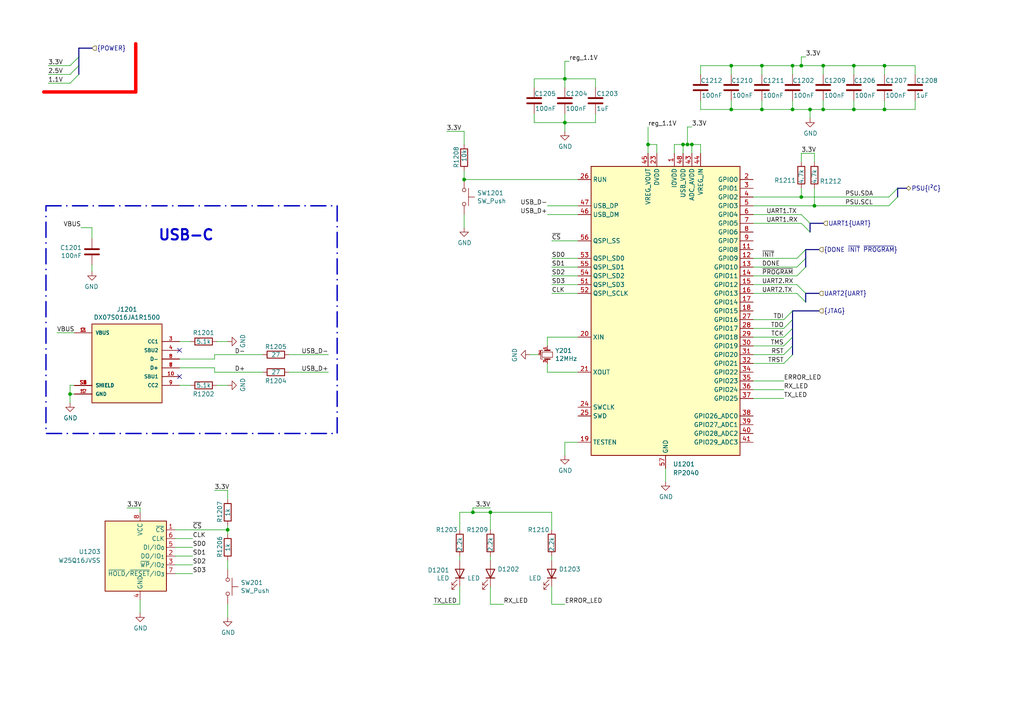
<source format=kicad_sch>
(kicad_sch (version 20250114) (generator "eeschema") (generator_version "9.0")
  (paper "A4")
  (title_block (title "PlasmaGate") (date "2025-07-23") (rev "1.0") (company "LPP/CNRS") (comment 1 "Alexis Jeandet") (comment 2 "CC-BY-SA") (comment 3 "alexis.jeandet@member.fsf.org"))
  (lib_symbols
    (symbol "DX07S016JA1R1500:DX07S016JA1R1500" (pin_names (offset 1.016))
      (property "Reference" "J" (at -10.16 11.43 0))
      (property "Value" "DX07S016JA1R1500" (at -10.16 -13.97 0))
      (symbol "DX07S016JA1R1500_0_0"
        (rectangle (start -10.16 -12.7) (end 10.16 10.16) (stroke (width 0.254)) (fill (type background)))
        (pin passive line (at -15.24 5.08 0) (length 5.08) (name "CC1") (number "3"))
        (pin passive line (at -15.24 2.54 0) (length 5.08) (name "SBU2") (number "4"))
        (pin passive line (at -15.24 0 0) (length 5.08) (name "D-") (number "5"))
        (pin passive line (at -15.24 0 0) (length 5.08) (name "D-") (number "8"))
        (pin passive line (at -15.24 -2.54 0) (length 5.08) (name "D+") (number "6"))
        (pin passive line (at -15.24 -2.54 0) (length 5.08) (name "D+") (number "7"))
        (pin passive line (at -15.24 -5.08 0) (length 5.08) (name "SBU1") (number "10"))
        (pin passive line (at -15.24 -7.62 0) (length 5.08) (name "CC2") (number "9"))
        (pin power_in line (at 15.24 7.62 180) (length 5.08) (name "VBUS") (number "11"))
        (pin power_in line (at 15.24 7.62 180) (length 5.08) (name "VBUS") (number "2"))
        (pin passive line (at 15.24 -7.62 180) (length 5.08) (name "SHIELD") (number "S1"))
        (pin passive line (at 15.24 -7.62 180) (length 5.08) (name "SHIELD") (number "S2"))
        (pin passive line (at 15.24 -7.62 180) (length 5.08) (name "SHIELD") (number "S3"))
        (pin passive line (at 15.24 -7.62 180) (length 5.08) (name "SHIELD") (number "S4"))
        (pin passive line (at 15.24 -7.62 180) (length 5.08) (name "SHIELD") (number "S5"))
        (pin passive line (at 15.24 -7.62 180) (length 5.08) (name "SHIELD") (number "S6"))
        (pin power_in line (at 15.24 -10.16 180) (length 5.08) (name "GND") (number "1"))
        (pin power_in line (at 15.24 -10.16 180) (length 5.08) (name "GND") (number "12"))
      )
    )
    (symbol "Device:C" (pin_numbers (hide yes)) (pin_names (offset 0.254))
      (property "Reference" "C" (at 0.635 2.54 0))
      (property "Value" "C" (at 0.635 -2.54 0))
      (symbol "C_0_1"
        (polyline (pts (xy -2.032 0.762) (xy 2.032 0.762)) (stroke (width 0.508)))
        (polyline (pts (xy -2.032 -0.762) (xy 2.032 -0.762)) (stroke (width 0.508)))
      )
      (symbol "C_1_1"
        (pin passive line (at 0 3.81 270) (length 2.794) (name "~") (number "1"))
        (pin passive line (at 0 -3.81 90) (length 2.794) (name "~") (number "2"))
      )
    )
    (symbol "Device:Crystal_GND2_Small" (pin_names (offset 1.016) (hide yes))
      (property "Reference" "Y" (at 0 5.08 0))
      (property "Value" "Crystal_GND2_Small" (at 0 3.175 0))
      (symbol "Crystal_GND2_Small_0_1"
        (polyline (pts (xy -1.27 -0.762) (xy -1.27 0.762)) (stroke (width 0.381)))
        (polyline (pts (xy -1.27 -1.27) (xy -1.27 -1.905) (xy 1.27 -1.905) (xy 1.27 -1.27)))
        (rectangle (start -0.762 -1.524) (end 0.762 1.524))
        (polyline (pts (xy 1.27 -0.762) (xy 1.27 0.762)) (stroke (width 0.381)))
      )
      (symbol "Crystal_GND2_Small_1_1"
        (pin passive line (at -2.54 0 0) (length 1.27) (name "1") (number "1"))
        (pin passive line (at 0 -2.54 90) (length 0.635) (name "2") (number "2"))
        (pin passive line (at 2.54 0 180) (length 1.27) (name "3") (number "3"))
      )
    )
    (symbol "Device:LED" (pin_numbers (hide yes)) (pin_names (offset 1.016) (hide yes))
      (property "Reference" "D" (at 0 2.54 0))
      (property "Value" "LED" (at 0 -2.54 0))
      (symbol "LED_0_1"
        (polyline (pts (xy -3.048 -0.762) (xy -4.572 -2.286) (xy -3.81 -2.286) (xy -4.572 -2.286) (xy -4.572 -1.524)))
        (polyline (pts (xy -1.778 -0.762) (xy -3.302 -2.286) (xy -2.54 -2.286) (xy -3.302 -2.286) (xy -3.302 -1.524)))
        (polyline (pts (xy -1.27 0) (xy 1.27 0)))
        (polyline (pts (xy -1.27 -1.27) (xy -1.27 1.27)) (stroke (width 0.254)))
        (polyline (pts (xy 1.27 -1.27) (xy 1.27 1.27) (xy -1.27 0) (xy 1.27 -1.27)) (stroke (width 0.254)))
      )
      (symbol "LED_1_1"
        (pin passive line (at -3.81 0 0) (length 2.54) (name "K") (number "1"))
        (pin passive line (at 3.81 0 180) (length 2.54) (name "A") (number "2"))
      )
    )
    (symbol "Device:R" (pin_numbers (hide yes)) (pin_names (offset 0))
      (property "Reference" "R" (at 2.032 0 90))
      (property "Value" "R" (at 0 0 90))
      (symbol "R_0_1"
        (rectangle (start -1.016 -2.54) (end 1.016 2.54) (stroke (width 0.254)))
      )
      (symbol "R_1_1"
        (pin passive line (at 0 3.81 270) (length 1.27) (name "~") (number "1"))
        (pin passive line (at 0 -3.81 90) (length 1.27) (name "~") (number "2"))
      )
    )
    (symbol "MCU_RaspberryPi:RP2040"
      (property "Reference" "U" (at 17.78 45.72 0))
      (property "Value" "RP2040" (at 17.78 43.18 0))
      (symbol "RP2040_0_1"
        (rectangle (start -21.59 41.91) (end 21.59 -41.91) (stroke (width 0.254)) (fill (type background)))
      )
      (symbol "RP2040_1_1"
        (pin input line (at -25.4 38.1 0) (length 3.81) (name "RUN") (number "26"))
        (pin bidirectional line (at -25.4 30.48 0) (length 3.81) (name "USB_DP") (number "47"))
        (pin bidirectional line (at -25.4 27.94 0) (length 3.81) (name "USB_DM") (number "46"))
        (pin bidirectional line (at -25.4 20.32 0) (length 3.81) (name "QSPI_SS") (number "56"))
        (pin bidirectional line (at -25.4 15.24 0) (length 3.81) (name "QSPI_SD0") (number "53"))
        (pin bidirectional line (at -25.4 12.7 0) (length 3.81) (name "QSPI_SD1") (number "55"))
        (pin bidirectional line (at -25.4 10.16 0) (length 3.81) (name "QSPI_SD2") (number "54"))
        (pin bidirectional line (at -25.4 7.62 0) (length 3.81) (name "QSPI_SD3") (number "51"))
        (pin output line (at -25.4 5.08 0) (length 3.81) (name "QSPI_SCLK") (number "52"))
        (pin input line (at -25.4 -7.62 0) (length 3.81) (name "XIN") (number "20"))
        (pin passive line (at -25.4 -17.78 0) (length 3.81) (name "XOUT") (number "21"))
        (pin input line (at -25.4 -27.94 0) (length 3.81) (name "SWCLK") (number "24"))
        (pin bidirectional line (at -25.4 -30.48 0) (length 3.81) (name "SWD") (number "25"))
        (pin input line (at -25.4 -38.1 0) (length 3.81) (name "TESTEN") (number "19"))
        (pin power_out line (at -5.08 45.72 270) (length 3.81) (name "VREG_VOUT") (number "45"))
        (pin power_in line (at -2.54 45.72 270) (length 3.81) (name "DVDD") (number "23"))
        (pin passive line (at -2.54 45.72 270) (length 3.81) (hide yes) (name "DVDD") (number "50"))
        (pin power_in line (at 0 -45.72 90) (length 3.81) (name "GND") (number "57"))
        (pin power_in line (at 2.54 45.72 270) (length 3.81) (name "IOVDD") (number "1"))
        (pin passive line (at 2.54 45.72 270) (length 3.81) (hide yes) (name "IOVDD") (number "10"))
        (pin passive line (at 2.54 45.72 270) (length 3.81) (hide yes) (name "IOVDD") (number "22"))
        (pin passive line (at 2.54 45.72 270) (length 3.81) (hide yes) (name "IOVDD") (number "33"))
        (pin passive line (at 2.54 45.72 270) (length 3.81) (hide yes) (name "IOVDD") (number "42"))
        (pin passive line (at 2.54 45.72 270) (length 3.81) (hide yes) (name "IOVDD") (number "49"))
        (pin power_in line (at 5.08 45.72 270) (length 3.81) (name "USB_VDD") (number "48"))
        (pin power_in line (at 7.62 45.72 270) (length 3.81) (name "ADC_AVDD") (number "43"))
        (pin power_in line (at 10.16 45.72 270) (length 3.81) (name "VREG_IN") (number "44"))
        (pin bidirectional line (at 25.4 38.1 180) (length 3.81) (name "GPIO0") (number "2"))
        (pin bidirectional line (at 25.4 35.56 180) (length 3.81) (name "GPIO1") (number "3"))
        (pin bidirectional line (at 25.4 33.02 180) (length 3.81) (name "GPIO2") (number "4"))
        (pin bidirectional line (at 25.4 30.48 180) (length 3.81) (name "GPIO3") (number "5"))
        (pin bidirectional line (at 25.4 27.94 180) (length 3.81) (name "GPIO4") (number "6"))
        (pin bidirectional line (at 25.4 25.4 180) (length 3.81) (name "GPIO5") (number "7"))
        (pin bidirectional line (at 25.4 22.86 180) (length 3.81) (name "GPIO6") (number "8"))
        (pin bidirectional line (at 25.4 20.32 180) (length 3.81) (name "GPIO7") (number "9"))
        (pin bidirectional line (at 25.4 17.78 180) (length 3.81) (name "GPIO8") (number "11"))
        (pin bidirectional line (at 25.4 15.24 180) (length 3.81) (name "GPIO9") (number "12"))
        (pin bidirectional line (at 25.4 12.7 180) (length 3.81) (name "GPIO10") (number "13"))
        (pin bidirectional line (at 25.4 10.16 180) (length 3.81) (name "GPIO11") (number "14"))
        (pin bidirectional line (at 25.4 7.62 180) (length 3.81) (name "GPIO12") (number "15"))
        (pin bidirectional line (at 25.4 5.08 180) (length 3.81) (name "GPIO13") (number "16"))
        (pin bidirectional line (at 25.4 2.54 180) (length 3.81) (name "GPIO14") (number "17"))
        (pin bidirectional line (at 25.4 0 180) (length 3.81) (name "GPIO15") (number "18"))
        (pin bidirectional line (at 25.4 -2.54 180) (length 3.81) (name "GPIO16") (number "27"))
        (pin bidirectional line (at 25.4 -5.08 180) (length 3.81) (name "GPIO17") (number "28"))
        (pin bidirectional line (at 25.4 -7.62 180) (length 3.81) (name "GPIO18") (number "29"))
        (pin bidirectional line (at 25.4 -10.16 180) (length 3.81) (name "GPIO19") (number "30"))
        (pin bidirectional line (at 25.4 -12.7 180) (length 3.81) (name "GPIO20") (number "31"))
        (pin bidirectional line (at 25.4 -15.24 180) (length 3.81) (name "GPIO21") (number "32"))
        (pin bidirectional line (at 25.4 -17.78 180) (length 3.81) (name "GPIO22") (number "34"))
        (pin bidirectional line (at 25.4 -20.32 180) (length 3.81) (name "GPIO23") (number "35"))
        (pin bidirectional line (at 25.4 -22.86 180) (length 3.81) (name "GPIO24") (number "36"))
        (pin bidirectional line (at 25.4 -25.4 180) (length 3.81) (name "GPIO25") (number "37"))
        (pin bidirectional line (at 25.4 -30.48 180) (length 3.81) (name "GPIO26_ADC0") (number "38"))
        (pin bidirectional line (at 25.4 -33.02 180) (length 3.81) (name "GPIO27_ADC1") (number "39"))
        (pin bidirectional line (at 25.4 -35.56 180) (length 3.81) (name "GPIO28_ADC2") (number "40"))
        (pin bidirectional line (at 25.4 -38.1 180) (length 3.81) (name "GPIO29_ADC3") (number "41"))
      )
    )
    (symbol "Memory_Flash:W25Q16JVSS"
      (property "Reference" "U" (at -6.35 11.43 0))
      (property "Value" "W25Q16JVSS" (at 7.62 11.43 0))
      (symbol "W25Q16JVSS_0_1"
        (rectangle (start -7.62 10.16) (end 10.16 -10.16) (stroke (width 0.254)) (fill (type background)))
      )
      (symbol "W25Q16JVSS_1_1"
        (pin input line (at -10.16 7.62 0) (length 2.54) (name "~{CS}") (number "1"))
        (pin input line (at -10.16 5.08 0) (length 2.54) (name "CLK") (number "6"))
        (pin bidirectional line (at -10.16 2.54 0) (length 2.54) (name "DI/IO_{0}") (number "5"))
        (pin bidirectional line (at -10.16 0 0) (length 2.54) (name "DO/IO_{1}") (number "2"))
        (pin bidirectional line (at -10.16 -2.54 0) (length 2.54) (name "~{WP}/IO_{2}") (number "3"))
        (pin bidirectional line (at -10.16 -5.08 0) (length 2.54) (name "~{HOLD}/~{RESET}/IO_{3}") (number "7"))
        (pin power_in line (at 0 12.7 270) (length 2.54) (name "VCC") (number "8"))
        (pin power_in line (at 0 -12.7 90) (length 2.54) (name "GND") (number "4"))
      )
    )
    (symbol "Switch:SW_Push" (pin_numbers (hide yes)) (pin_names (offset 1.016) (hide yes))
      (property "Reference" "SW" (at 1.27 2.54 0))
      (property "Value" "SW_Push" (at 0 -1.524 0))
      (symbol "SW_Push_0_1"
        (circle (center -2.032 0) (radius 0.508))
        (polyline (pts (xy 0 1.27) (xy 0 3.048)))
        (circle (center 2.032 0) (radius 0.508))
        (polyline (pts (xy 2.54 1.27) (xy -2.54 1.27)))
        (pin passive line (at -5.08 0 0) (length 2.54) (name "1") (number "1"))
        (pin passive line (at 5.08 0 180) (length 2.54) (name "2") (number "2"))
      )
    )
    (symbol "power:GND" (power) (pin_names (offset 0))
      (property "Value" "GND" (at 0 -3.81 0))
      (symbol "GND_0_1"
        (polyline (pts (xy 0 0) (xy 0 -1.27) (xy 1.27 -1.27) (xy 0 -2.54) (xy -1.27 -1.27) (xy 0 -1.27)))
      )
      (symbol "GND_1_1"
        (pin power_in line (at 0 0 270) (length 0) (hide yes) (name "GND") (number "1"))
      )
    )
  )
  (bus_alias "JTAG" (members "TDI" "TDO" "TCK" "TMS" "RST" "TRST"))
  (rectangle (start 13.335 59.69) (end 97.79 125.73) (stroke (width 0.4) (type dash_dot)))
  (text "USB-C" (at 45.72 70.104 0) (effects (font (size 2.9972 2.9972) (thickness 0.5994) (bold yes)) (justify left bottom)))
  (junction (at 163.83 22.86))
  (junction (at 236.22 59.69))
  (junction (at 229.87 19.05))
  (junction (at 247.65 19.05))
  (junction (at 256.54 19.05))
  (junction (at 247.65 31.75))
  (junction (at 187.96 41.91))
  (junction (at 200.66 41.91))
  (junction (at 212.09 19.05))
  (junction (at 232.41 57.15))
  (junction (at 199.39 41.91))
  (junction (at 238.76 31.75))
  (junction (at 137.16 148.59))
  (junction (at 220.98 19.05))
  (junction (at 220.98 31.75))
  (junction (at 134.62 52.07))
  (junction (at 229.87 31.75))
  (junction (at 256.54 31.75))
  (junction (at 212.09 31.75))
  (junction (at 20.32 114.3))
  (junction (at 142.24 148.59))
  (junction (at 234.95 31.75))
  (junction (at 238.76 19.05))
  (junction (at 66.04 153.67))
  (junction (at 163.83 35.56))
  (junction (at 198.12 41.91))
  (junction (at 232.41 19.05))
  (no_connect (at 52.07 101.6))
  (no_connect (at 52.07 109.22))
  (bus_entry (at 227.33 92.71) (size 2.54 -2.54))
  (bus_entry (at 22.86 19.05) (size -2.54 2.54))
  (bus_entry (at 234.95 64.77) (size -2.54 -2.54))
  (bus_entry (at 233.68 74.93) (size -2.54 2.54))
  (bus_entry (at 233.68 72.39) (size -2.54 2.54))
  (bus_entry (at 227.33 100.33) (size 2.54 -2.54))
  (bus_entry (at 227.33 105.41) (size 2.54 -2.54))
  (bus_entry (at 234.95 67.31) (size -2.54 -2.54))
  (bus_entry (at 227.33 97.79) (size 2.54 -2.54))
  (bus_entry (at 227.33 95.25) (size 2.54 -2.54))
  (bus_entry (at 22.86 21.59) (size -2.54 2.54))
  (bus_entry (at 233.68 77.47) (size -2.54 2.54))
  (bus_entry (at 233.68 87.63) (size -2.54 -2.54))
  (bus_entry (at 233.68 85.09) (size -2.54 -2.54))
  (bus_entry (at 260.35 57.15) (size -2.54 2.54))
  (bus_entry (at 260.35 54.61) (size -2.54 2.54))
  (bus_entry (at 22.86 16.51) (size -2.54 2.54))
  (bus_entry (at 227.33 102.87) (size 2.54 -2.54))
  (wire (pts (xy 218.44 102.87) (xy 227.33 102.87)))
  (wire (pts (xy 134.62 38.1) (xy 134.62 41.91)))
  (wire (pts (xy 229.87 31.75) (xy 234.95 31.75)))
  (wire (pts (xy 160.02 161.29) (xy 160.02 162.56)))
  (wire (pts (xy 229.87 29.21) (xy 229.87 31.75)))
  (wire (pts (xy 203.2 21.59) (xy 203.2 19.05)))
  (wire (pts (xy 129.54 38.1) (xy 134.62 38.1)))
  (wire (pts (xy 236.22 44.45) (xy 232.41 44.45)))
  (wire (pts (xy 160.02 77.47) (xy 167.64 77.47)))
  (polyline (pts (xy 39.37 12.7) (xy 39.37 26.67)) (stroke (width 1) (color 255 0 0 1)))
  (wire (pts (xy 218.44 92.71) (xy 227.33 92.71)))
  (wire (pts (xy 50.8 166.37) (xy 55.88 166.37)))
  (wire (pts (xy 160.02 170.18) (xy 160.02 175.26)))
  (wire (pts (xy 220.98 29.21) (xy 220.98 31.75)))
  (wire (pts (xy 218.44 74.93) (xy 231.14 74.93)))
  (wire (pts (xy 142.24 170.18) (xy 142.24 175.26)))
  (wire (pts (xy 50.8 163.83) (xy 55.88 163.83)))
  (wire (pts (xy 16.51 96.52) (xy 21.59 96.52)))
  (wire (pts (xy 256.54 19.05) (xy 265.43 19.05)))
  (wire (pts (xy 238.76 19.05) (xy 247.65 19.05)))
  (wire (pts (xy 62.23 107.95) (xy 62.23 106.68)))
  (bus (pts (xy 229.87 95.25) (xy 229.87 92.71)))
  (wire (pts (xy 203.2 29.21) (xy 203.2 31.75)))
  (wire (pts (xy 218.44 85.09) (xy 231.14 85.09)))
  (wire (pts (xy 158.75 59.69) (xy 167.64 59.69)))
  (wire (pts (xy 232.41 44.45) (xy 232.41 46.99)))
  (wire (pts (xy 134.62 49.53) (xy 134.62 52.07)))
  (wire (pts (xy 125.73 175.26) (xy 133.35 175.26)))
  (wire (pts (xy 160.02 175.26) (xy 163.83 175.26)))
  (wire (pts (xy 66.04 162.56) (xy 66.04 165.1)))
  (wire (pts (xy 62.23 142.24) (xy 66.04 142.24)))
  (wire (pts (xy 163.83 35.56) (xy 172.72 35.56)))
  (wire (pts (xy 236.22 46.99) (xy 236.22 44.45)))
  (wire (pts (xy 20.32 111.76) (xy 20.32 114.3)))
  (wire (pts (xy 218.44 95.25) (xy 227.33 95.25)))
  (wire (pts (xy 220.98 19.05) (xy 220.98 21.59)))
  (wire (pts (xy 227.33 113.03) (xy 218.44 113.03)))
  (wire (pts (xy 232.41 16.51) (xy 232.41 19.05)))
  (wire (pts (xy 66.04 175.26) (xy 66.04 179.07)))
  (wire (pts (xy 203.2 31.75) (xy 212.09 31.75)))
  (wire (pts (xy 137.16 148.59) (xy 142.24 148.59)))
  (wire (pts (xy 187.96 41.91) (xy 190.5 41.91)))
  (wire (pts (xy 163.83 22.86) (xy 163.83 25.4)))
  (wire (pts (xy 133.35 153.67) (xy 133.35 148.59)))
  (wire (pts (xy 160.02 74.93) (xy 167.64 74.93)))
  (wire (pts (xy 238.76 19.05) (xy 238.76 21.59)))
  (wire (pts (xy 142.24 161.29) (xy 142.24 162.56)))
  (wire (pts (xy 163.83 128.27) (xy 163.83 132.08)))
  (wire (pts (xy 238.76 31.75) (xy 247.65 31.75)))
  (bus (pts (xy 22.86 19.05) (xy 22.86 16.51)))
  (bus (pts (xy 22.86 21.59) (xy 22.86 19.05)))
  (wire (pts (xy 160.02 69.85) (xy 167.64 69.85)))
  (wire (pts (xy 13.97 19.05) (xy 20.32 19.05)))
  (wire (pts (xy 199.39 41.91) (xy 200.66 41.91)))
  (wire (pts (xy 218.44 100.33) (xy 227.33 100.33)))
  (wire (pts (xy 160.02 85.09) (xy 167.64 85.09)))
  (wire (pts (xy 203.2 19.05) (xy 212.09 19.05)))
  (wire (pts (xy 163.83 22.86) (xy 172.72 22.86)))
  (wire (pts (xy 167.64 97.79) (xy 158.75 97.79)))
  (wire (pts (xy 218.44 82.55) (xy 231.14 82.55)))
  (wire (pts (xy 195.58 41.91) (xy 198.12 41.91)))
  (bus (pts (xy 229.87 100.33) (xy 229.87 97.79)))
  (wire (pts (xy 83.82 102.87) (xy 95.25 102.87)))
  (wire (pts (xy 247.65 19.05) (xy 256.54 19.05)))
  (wire (pts (xy 198.12 41.91) (xy 198.12 44.45)))
  (wire (pts (xy 154.94 35.56) (xy 163.83 35.56)))
  (bus (pts (xy 229.87 92.71) (xy 229.87 90.17)))
  (wire (pts (xy 212.09 19.05) (xy 220.98 19.05)))
  (wire (pts (xy 165.1 17.78) (xy 163.83 17.78)))
  (wire (pts (xy 187.96 41.91) (xy 187.96 44.45)))
  (wire (pts (xy 218.44 62.23) (xy 232.41 62.23)))
  (wire (pts (xy 158.75 107.95) (xy 158.75 105.41)))
  (wire (pts (xy 160.02 80.01) (xy 167.64 80.01)))
  (wire (pts (xy 229.87 21.59) (xy 229.87 19.05)))
  (wire (pts (xy 163.83 33.02) (xy 163.83 35.56)))
  (wire (pts (xy 227.33 115.57) (xy 218.44 115.57)))
  (wire (pts (xy 265.43 31.75) (xy 265.43 29.21)))
  (wire (pts (xy 163.83 35.56) (xy 163.83 38.1)))
  (wire (pts (xy 172.72 22.86) (xy 172.72 25.4)))
  (bus (pts (xy 233.68 85.09) (xy 233.68 87.63)))
  (wire (pts (xy 62.23 106.68) (xy 52.07 106.68)))
  (wire (pts (xy 218.44 77.47) (xy 231.14 77.47)))
  (bus (pts (xy 233.68 72.39) (xy 233.68 74.93)))
  (wire (pts (xy 26.67 66.04) (xy 26.67 69.215)))
  (wire (pts (xy 198.12 41.91) (xy 199.39 41.91)))
  (wire (pts (xy 13.97 24.13) (xy 20.32 24.13)))
  (wire (pts (xy 154.94 33.02) (xy 154.94 35.56)))
  (wire (pts (xy 158.75 62.23) (xy 167.64 62.23)))
  (wire (pts (xy 247.65 29.21) (xy 247.65 31.75)))
  (wire (pts (xy 50.8 158.75) (xy 55.88 158.75)))
  (wire (pts (xy 62.23 107.95) (xy 76.2 107.95)))
  (wire (pts (xy 163.83 17.78) (xy 163.83 22.86)))
  (bus (pts (xy 229.87 97.79) (xy 229.87 95.25)))
  (wire (pts (xy 21.59 114.3) (xy 20.32 114.3)))
  (wire (pts (xy 133.35 170.18) (xy 133.35 175.26)))
  (wire (pts (xy 36.83 147.32) (xy 40.64 147.32)))
  (wire (pts (xy 62.23 102.87) (xy 76.2 102.87)))
  (wire (pts (xy 52.07 104.14) (xy 62.23 104.14)))
  (bus (pts (xy 233.68 85.09) (xy 237.49 85.09)))
  (wire (pts (xy 62.865 111.76) (xy 66.04 111.76)))
  (wire (pts (xy 62.23 104.14) (xy 62.23 102.87)))
  (wire (pts (xy 154.94 22.86) (xy 163.83 22.86)))
  (wire (pts (xy 142.24 175.26) (xy 146.05 175.26)))
  (wire (pts (xy 172.72 35.56) (xy 172.72 33.02)))
  (wire (pts (xy 190.5 44.45) (xy 190.5 41.91)))
  (wire (pts (xy 66.04 142.24) (xy 66.04 144.78)))
  (wire (pts (xy 256.54 19.05) (xy 256.54 21.59)))
  (wire (pts (xy 62.865 99.06) (xy 66.04 99.06)))
  (wire (pts (xy 20.32 114.3) (xy 20.32 116.84)))
  (wire (pts (xy 200.66 41.91) (xy 203.2 41.91)))
  (bus (pts (xy 237.49 72.39) (xy 233.68 72.39)))
  (wire (pts (xy 142.24 148.59) (xy 160.02 148.59)))
  (wire (pts (xy 133.35 161.29) (xy 133.35 162.56)))
  (wire (pts (xy 50.8 161.29) (xy 55.88 161.29)))
  (wire (pts (xy 218.44 57.15) (xy 232.41 57.15)))
  (bus (pts (xy 234.95 64.77) (xy 234.95 67.31)))
  (wire (pts (xy 218.44 64.77) (xy 232.41 64.77)))
  (bus (pts (xy 22.86 16.51) (xy 22.86 13.97)))
  (wire (pts (xy 232.41 19.05) (xy 238.76 19.05)))
  (wire (pts (xy 203.2 41.91) (xy 203.2 44.45)))
  (wire (pts (xy 218.44 105.41) (xy 227.33 105.41)))
  (bus (pts (xy 229.87 102.87) (xy 229.87 100.33)))
  (wire (pts (xy 238.76 29.21) (xy 238.76 31.75)))
  (wire (pts (xy 187.96 36.83) (xy 187.96 41.91)))
  (wire (pts (xy 167.64 128.27) (xy 163.83 128.27)))
  (wire (pts (xy 218.44 59.69) (xy 236.22 59.69)))
  (wire (pts (xy 229.87 19.05) (xy 232.41 19.05)))
  (wire (pts (xy 26.67 78.74) (xy 26.67 76.835)))
  (wire (pts (xy 265.43 19.05) (xy 265.43 21.59)))
  (bus (pts (xy 262.89 54.61) (xy 260.35 54.61)))
  (wire (pts (xy 40.64 173.99) (xy 40.64 177.8)))
  (wire (pts (xy 236.22 54.61) (xy 236.22 59.69)))
  (wire (pts (xy 212.09 29.21) (xy 212.09 31.75)))
  (wire (pts (xy 167.64 107.95) (xy 158.75 107.95)))
  (wire (pts (xy 195.58 44.45) (xy 195.58 41.91)))
  (wire (pts (xy 154.94 25.4) (xy 154.94 22.86)))
  (wire (pts (xy 247.65 21.59) (xy 247.65 19.05)))
  (wire (pts (xy 233.68 16.51) (xy 232.41 16.51)))
  (wire (pts (xy 23.495 66.04) (xy 26.67 66.04)))
  (wire (pts (xy 200.66 36.83) (xy 199.39 36.83)))
  (wire (pts (xy 50.8 156.21) (xy 55.88 156.21)))
  (wire (pts (xy 212.09 31.75) (xy 220.98 31.75)))
  (wire (pts (xy 234.95 31.75) (xy 238.76 31.75)))
  (wire (pts (xy 160.02 148.59) (xy 160.02 153.67)))
  (wire (pts (xy 200.66 41.91) (xy 200.66 44.45)))
  (wire (pts (xy 236.22 59.69) (xy 257.81 59.69)))
  (wire (pts (xy 40.64 147.32) (xy 40.64 148.59)))
  (wire (pts (xy 247.65 31.75) (xy 256.54 31.75)))
  (wire (pts (xy 137.16 148.59) (xy 137.16 147.32)))
  (wire (pts (xy 153.67 102.87) (xy 156.21 102.87)))
  (wire (pts (xy 83.82 107.95) (xy 95.25 107.95)))
  (wire (pts (xy 158.75 97.79) (xy 158.75 100.33)))
  (bus (pts (xy 260.35 54.61) (xy 260.35 57.15)))
  (wire (pts (xy 256.54 31.75) (xy 265.43 31.75)))
  (wire (pts (xy 137.16 147.32) (xy 142.24 147.32)))
  (wire (pts (xy 160.02 82.55) (xy 167.64 82.55)))
  (polyline (pts (xy 12.7 26.67) (xy 39.37 26.67)) (stroke (width 1) (color 255 0 0 1)))
  (wire (pts (xy 134.62 62.23) (xy 134.62 66.04)))
  (wire (pts (xy 227.33 110.49) (xy 218.44 110.49)))
  (wire (pts (xy 21.59 111.76) (xy 20.32 111.76)))
  (wire (pts (xy 218.44 80.01) (xy 231.14 80.01)))
  (wire (pts (xy 13.97 21.59) (xy 20.32 21.59)))
  (wire (pts (xy 66.04 153.67) (xy 66.04 154.94)))
  (wire (pts (xy 52.07 99.06) (xy 55.245 99.06)))
  (bus (pts (xy 234.95 64.77) (xy 238.76 64.77)))
  (wire (pts (xy 256.54 29.21) (xy 256.54 31.75)))
  (wire (pts (xy 220.98 19.05) (xy 229.87 19.05)))
  (wire (pts (xy 212.09 21.59) (xy 212.09 19.05)))
  (bus (pts (xy 233.68 74.93) (xy 233.68 77.47)))
  (bus (pts (xy 229.87 90.17) (xy 237.49 90.17)))
  (wire (pts (xy 134.62 52.07) (xy 167.64 52.07)))
  (wire (pts (xy 234.95 31.75) (xy 234.95 34.29)))
  (wire (pts (xy 220.98 31.75) (xy 229.87 31.75)))
  (bus (pts (xy 22.86 13.97) (xy 26.67 13.97)))
  (wire (pts (xy 133.35 148.59) (xy 137.16 148.59)))
  (wire (pts (xy 218.44 97.79) (xy 227.33 97.79)))
  (wire (pts (xy 50.8 153.67) (xy 66.04 153.67)))
  (wire (pts (xy 232.41 54.61) (xy 232.41 57.15)))
  (wire (pts (xy 232.41 57.15) (xy 257.81 57.15)))
  (wire (pts (xy 193.04 135.89) (xy 193.04 139.7)))
  (wire (pts (xy 199.39 36.83) (xy 199.39 41.91)))
  (wire (pts (xy 66.04 152.4) (xy 66.04 153.67)))
  (wire (pts (xy 142.24 148.59) (xy 142.24 153.67)))
  (wire (pts (xy 52.07 111.76) (xy 55.245 111.76)))
  (label "3.3V" (at 13.97 19.05 0))
  (label "RST" (at 227.33 102.87 180))
  (label "3.3V" (at 36.83 147.32 0))
  (label "USB_D-" (at 95.25 102.87 180))
  (label "3.3V" (at 142.24 147.32 180))
  (label "~{INIT}" (at 220.98 74.93 0))
  (label "CLK" (at 160.02 85.09 0))
  (label "PSU.SCL" (at 245.11 59.69 0))
  (label "SD2" (at 160.02 80.01 0))
  (label "D-" (at 71.12 102.87 180))
  (label "TCK" (at 227.33 97.79 180))
  (label "D+" (at 71.12 107.95 180))
  (label "~{CS}" (at 55.88 153.67 0))
  (label "SD1" (at 160.02 77.47 0))
  (label "TX_LED" (at 227.33 115.57 0))
  (label "RX_LED" (at 227.33 113.03 0))
  (label "ERROR_LED" (at 227.33 110.49 0))
  (label "TDO" (at 227.33 95.25 180))
  (label "CLK" (at 55.88 156.21 0))
  (label "SD2" (at 55.88 163.83 0))
  (label "SD3" (at 55.88 166.37 0))
  (label "SD0" (at 160.02 74.93 0))
  (label "3.3V" (at 62.23 142.24 0))
  (label "~{CS}" (at 160.02 69.85 0))
  (label "USB_D-" (at 158.75 59.69 180))
  (label "TRST" (at 227.33 105.41 180))
  (label "ERROR_LED" (at 163.83 175.26 0))
  (label "USB_D+" (at 158.75 62.23 180))
  (label "UART2.TX" (at 220.98 85.09 0))
  (label "3.3V" (at 200.66 36.83 0))
  (label "TMS" (at 227.33 100.33 180))
  (label "SD0" (at 55.88 158.75 0))
  (label "UART1.RX" (at 222.25 64.77 0))
  (label "SD3" (at 160.02 82.55 0))
  (label "DONE" (at 220.98 77.47 0))
  (label "UART2.RX" (at 220.98 82.55 0))
  (label "UART1.TX" (at 222.25 62.23 0))
  (label "VBUS" (at 16.51 96.52 0))
  (label "RX_LED" (at 146.05 175.26 0))
  (label "2.5V" (at 13.97 21.59 0))
  (label "3.3V" (at 232.41 44.45 0))
  (label "~{PROGRAM}" (at 220.98 80.01 0))
  (label "reg_1.1V" (at 187.96 36.83 0))
  (label "VBUS" (at 23.495 66.04 180))
  (label "TX_LED" (at 125.73 175.26 0))
  (label "TDI" (at 227.33 92.71 180))
  (label "USB_D+" (at 95.25 107.95 180))
  (label "1.1V" (at 13.97 24.13 0))
  (label "3.3V" (at 233.68 16.51 0))
  (label "3.3V" (at 129.54 38.1 0))
  (label "reg_1.1V" (at 165.1 17.78 0))
  (label "SD1" (at 55.88 161.29 0))
  (label "PSU.SDA" (at 245.11 57.15 0))
  (hierarchical_label "UART2{UART}" (shape input) (at 237.49 85.09 0))
  (hierarchical_label "{JTAG}" (shape input) (at 237.49 90.17 0))
  (hierarchical_label "{DONE ~{INIT} ~{PROGRAM}}" (shape input) (at 237.49 72.39 0))
  (hierarchical_label "PSU{I²C}" (shape bidirectional) (at 262.89 54.61 0))
  (hierarchical_label "UART1{UART}" (shape input) (at 238.76 64.77 0))
  (hierarchical_label "{POWER}" (shape input) (at 26.67 13.97 0))
  (symbol (lib_id "power:GND") (at 26.67 78.74 0) (mirror y) (unit 1)
    (property "Reference" "#PWR01202" (effects (hide yes)))
    (property "Value" "GND" (at 26.543 83.1342 0))
  )
  (symbol (lib_id "Device:C") (at 172.72 29.21 0) (unit 1)
    (property "Reference" "C1203" (at 172.974 27.178 0) (effects (justify left)))
    (property "Value" "1uF" (at 172.974 31.496 0) (effects (justify left)))
    (property "Footprint" "Capacitor_SMD:C_0805_2012Metric_Pad1.18x1.45mm_HandSolder" (effects (hide yes)))
    (property "Description" "Unpolarized capacitor" (effects (hide yes)))
  )
  (symbol (lib_id "Device:C") (at 154.94 29.21 0) (unit 1)
    (property "Reference" "C1205" (at 154.94 27.178 0) (effects (justify left)))
    (property "Value" "100nF" (at 155.194 31.496 0) (effects (justify left)))
    (property "Footprint" "Capacitor_SMD:C_0603_1608Metric_Pad1.08x0.95mm_HandSolder" (effects (hide yes)))
    (property "Description" "Unpolarized capacitor" (effects (hide yes)))
  )
  (symbol (lib_id "power:GND") (at 234.95 34.29 0) (unit 1)
    (property "Reference" "#PWR01205" (effects (hide yes)))
    (property "Value" "GND" (at 235.077 38.6842 0))
  )
  (symbol (lib_id "power:GND") (at 163.83 38.1 0) (unit 1)
    (property "Reference" "#PWR01208" (effects (hide yes)))
    (property "Value" "GND" (at 163.957 42.4942 0))
  )
  (symbol (lib_id "Device:C") (at 238.76 25.4 0) (unit 1)
    (property "Reference" "C1209" (at 239.014 23.368 0) (effects (justify left)))
    (property "Value" "100nF" (at 239.014 27.686 0) (effects (justify left)))
    (property "Footprint" "Capacitor_SMD:C_0402_1005Metric_Pad0.74x0.62mm_HandSolder" (effects (hide yes)))
    (property "Description" "Unpolarized capacitor" (effects (hide yes)))
  )
  (symbol (lib_id "Device:Crystal_GND2_Small") (at 158.75 102.87 270) (unit 1)
    (property "Reference" "Y201" (at 160.9852 101.7016 90) (effects (justify left)))
    (property "Value" "12MHz" (at 160.9852 104.013 90) (effects (justify left)))
    (property "Footprint" "Crystal:Resonator_SMD_Murata_CSTxExxV-3Pin_3.0x1.1mm_HandSoldering" (effects (hide yes)))
    (property "Mouser" "https://www.mouser.fr/ProductDetail/Murata-Electronics/CSTNE12M0G550000R0?qs=y6ZabgHbY%252Bx2uQzXDDb3ig%3D%3D" (effects (hide yes)))
  )
  (symbol (lib_id "Device:C") (at 220.98 25.4 0) (unit 1)
    (property "Reference" "C1211" (at 221.234 23.368 0) (effects (justify left)))
    (property "Value" "100nF" (at 221.234 27.686 0) (effects (justify left)))
    (property "Footprint" "Capacitor_SMD:C_0402_1005Metric_Pad0.74x0.62mm_HandSolder" (effects (hide yes)))
    (property "Description" "Unpolarized capacitor" (effects (hide yes)))
  )
  (symbol (lib_id "Switch:SW_Push") (at 134.62 57.15 270) (unit 1)
    (property "Reference" "SW1201" (at 138.3792 55.9816 90) (effects (justify left)))
    (property "Value" "SW_Push" (at 138.3792 58.293 90) (effects (justify left)))
    (property "Footprint" "Button_Switch_SMD:SW_SPST_TL3342" (effects (hide yes)))
  )
  (symbol (lib_id "Device:R") (at 66.04 148.59 0) (mirror y) (unit 1)
    (property "Reference" "R1207" (at 63.754 151.638 90) (effects (justify left)))
    (property "Value" "1k" (at 66.04 149.86 90) (effects (justify left)))
    (property "Footprint" "Resistor_SMD:R_0402_1005Metric" (effects (hide yes)))
  )
  (symbol (lib_id "power:GND") (at 66.04 179.07 0) (unit 1)
    (property "Reference" "#PWR01209" (effects (hide yes)))
    (property "Value" "GND" (at 66.167 183.4642 0))
  )
  (symbol (lib_id "Device:C") (at 256.54 25.4 0) (unit 1)
    (property "Reference" "C1207" (at 256.794 23.368 0) (effects (justify left)))
    (property "Value" "100nF" (at 256.794 27.686 0) (effects (justify left)))
    (property "Footprint" "Capacitor_SMD:C_0402_1005Metric_Pad0.74x0.62mm_HandSolder" (effects (hide yes)))
    (property "Description" "Unpolarized capacitor" (effects (hide yes)))
  )
  (symbol (lib_id "power:GND") (at 134.62 66.04 0) (unit 1)
    (property "Reference" "#PWR01210" (effects (hide yes)))
    (property "Value" "GND" (at 134.747 70.4342 0))
  )
  (symbol (lib_id "Device:LED") (at 160.02 166.37 270) (mirror x) (unit 1)
    (property "Reference" "D1203" (at 168.402 165.1 90) (effects (justify right)))
    (property "Value" "LED" (at 157.0228 167.6908 90) (effects (justify right)))
    (property "Footprint" "LED_SMD:LED_0603_1608Metric_Pad1.05x0.95mm_HandSolder" (effects (hide yes)))
  )
  (symbol (lib_id "power:GND") (at 20.32 116.84 0) (unit 1)
    (property "Reference" "#PWR01201" (effects (hide yes)))
    (property "Value" "GND" (at 20.447 121.2342 0))
  )
  (symbol (lib_id "power:GND") (at 193.04 139.7 0) (unit 1)
    (property "Reference" "#PWR01206" (effects (hide yes)))
    (property "Value" "GND" (at 193.167 144.0942 0))
  )
  (symbol (lib_id "Device:C") (at 203.2 25.4 0) (unit 1)
    (property "Reference" "C1212" (at 203.2 23.368 0) (effects (justify left)))
    (property "Value" "100nF" (at 203.454 27.686 0) (effects (justify left)))
    (property "Footprint" "Capacitor_SMD:C_0402_1005Metric_Pad0.74x0.62mm_HandSolder" (effects (hide yes)))
    (property "Description" "Unpolarized capacitor" (effects (hide yes)))
  )
  (symbol (lib_id "Device:R") (at 232.41 50.8 0) (mirror y) (unit 1)
    (property "Reference" "R1211" (at 230.886 52.324 0) (effects (justify left)))
    (property "Value" "4.7k" (at 232.41 53.34 90) (effects (justify left)))
    (property "Footprint" "Resistor_SMD:R_0402_1005Metric_Pad0.72x0.64mm_HandSolder" (effects (hide yes)))
  )
  (symbol (lib_id "Device:LED") (at 142.24 166.37 270) (mirror x) (unit 1)
    (property "Reference" "D1202" (at 150.622 165.1 90) (effects (justify right)))
    (property "Value" "LED" (at 139.2428 167.6908 90) (effects (justify right)))
    (property "Footprint" "LED_SMD:LED_0603_1608Metric_Pad1.05x0.95mm_HandSolder" (effects (hide yes)))
  )
  (symbol (lib_id "Device:C") (at 229.87 25.4 0) (unit 1)
    (property "Reference" "C1202" (at 229.87 23.368 0) (effects (justify left)))
    (property "Value" "100nF" (at 230.124 27.686 0) (effects (justify left)))
    (property "Footprint" "Capacitor_SMD:C_0402_1005Metric_Pad0.74x0.62mm_HandSolder" (effects (hide yes)))
    (property "Description" "Unpolarized capacitor" (effects (hide yes)))
  )
  (symbol (lib_id "Device:LED") (at 133.35 166.37 270) (mirror x) (unit 1)
    (property "Reference" "D1201" (at 130.3528 165.3794 90) (effects (justify right)))
    (property "Value" "LED" (at 130.3528 167.6908 90) (effects (justify right)))
    (property "Footprint" "LED_SMD:LED_0603_1608Metric_Pad1.05x0.95mm_HandSolder" (effects (hide yes)))
  )
  (symbol (lib_id "Device:C") (at 212.09 25.4 0) (unit 1)
    (property "Reference" "C1210" (at 212.09 23.368 0) (effects (justify left)))
    (property "Value" "100nF" (at 212.344 27.686 0) (effects (justify left)))
    (property "Footprint" "Capacitor_SMD:C_0402_1005Metric_Pad0.74x0.62mm_HandSolder" (effects (hide yes)))
    (property "Description" "Unpolarized capacitor" (effects (hide yes)))
  )
  (symbol (lib_id "Device:R") (at 80.01 107.95 270) (unit 1)
    (property "Reference" "R1204" (at 80.01 110.49 90))
    (property "Value" "27" (at 80.01 107.95 90))
    (property "Footprint" "Resistor_SMD:R_0402_1005Metric" (effects (hide yes)))
  )
  (symbol (lib_id "Device:C") (at 163.83 29.21 0) (unit 1)
    (property "Reference" "C1204" (at 164.084 27.178 0) (effects (justify left)))
    (property "Value" "100nF" (at 164.084 31.496 0) (effects (justify left)))
    (property "Footprint" "Capacitor_SMD:C_0603_1608Metric_Pad1.08x0.95mm_HandSolder" (effects (hide yes)))
    (property "Description" "Unpolarized capacitor" (effects (hide yes)))
  )
  (symbol (lib_id "Device:R") (at 160.02 157.48 0) (mirror y) (unit 1)
    (property "Reference" "R1210" (at 159.385 153.67 0) (effects (justify left)))
    (property "Value" "2.2k" (at 160.02 160.02 90) (effects (justify left)))
    (property "Footprint" "Resistor_SMD:R_0402_1005Metric_Pad0.72x0.64mm_HandSolder" (effects (hide yes)))
  )
  (symbol (lib_id "Device:R") (at 134.62 45.72 0) (mirror y) (unit 1)
    (property "Reference" "R1208" (at 132.334 48.768 90) (effects (justify left)))
    (property "Value" "10k" (at 134.62 46.99 90) (effects (justify left)))
    (property "Footprint" "Resistor_SMD:R_0402_1005Metric_Pad0.72x0.64mm_HandSolder" (effects (hide yes)))
  )
  (symbol (lib_id "Device:R") (at 236.22 50.8 0) (mirror y) (unit 1)
    (property "Reference" "R1212" (at 244.094 52.578 0) (effects (justify left)))
    (property "Value" "4.7k" (at 236.22 53.34 90) (effects (justify left)))
    (property "Footprint" "Resistor_SMD:R_0402_1005Metric_Pad0.72x0.64mm_HandSolder" (effects (hide yes)))
  )
  (symbol (lib_id "power:GND") (at 66.04 111.76 90) (unit 1)
    (property "Reference" "#PWR01204" (effects (hide yes)))
    (property "Value" "GND" (at 70.4342 111.633 0))
  )
  (symbol (lib_id "power:GND") (at 40.64 177.8 0) (unit 1)
    (property "Reference" "#PWR01207" (effects (hide yes)))
    (property "Value" "GND" (at 40.767 182.1942 0))
  )
  (symbol (lib_id "Device:R") (at 59.055 111.76 270) (unit 1)
    (property "Reference" "R1202" (at 59.055 114.3 90))
    (property "Value" "5.1k" (at 59.055 111.76 90))
    (property "Footprint" "Resistor_SMD:R_0402_1005Metric" (effects (hide yes)))
  )
  (symbol (lib_id "Device:R") (at 142.24 157.48 0) (mirror y) (unit 1)
    (property "Reference" "R1209" (at 141.605 153.67 0) (effects (justify left)))
    (property "Value" "2.2k" (at 142.24 160.02 90) (effects (justify left)))
    (property "Footprint" "Resistor_SMD:R_0402_1005Metric_Pad0.72x0.64mm_HandSolder" (effects (hide yes)))
  )
  (symbol (lib_id "Device:R") (at 59.055 99.06 270) (unit 1)
    (property "Reference" "R1201" (at 59.055 96.52 90))
    (property "Value" "5.1k" (at 59.055 99.06 90))
    (property "Footprint" "Resistor_SMD:R_0402_1005Metric" (effects (hide yes)))
  )
  (symbol (lib_id "Device:C") (at 265.43 25.4 0) (unit 1)
    (property "Reference" "C1208" (at 265.684 23.368 0) (effects (justify left)))
    (property "Value" "1uF" (at 265.684 27.686 0) (effects (justify left)))
    (property "Footprint" "Capacitor_SMD:C_0805_2012Metric_Pad1.18x1.45mm_HandSolder" (effects (hide yes)))
    (property "Description" "Unpolarized capacitor" (effects (hide yes)))
  )
  (symbol (lib_id "Device:C") (at 26.67 73.025 0) (mirror y) (unit 1)
    (property "Reference" "C1201" (at 23.749 71.8566 0) (effects (justify left)))
    (property "Value" "100nF" (at 23.749 74.168 0) (effects (justify left)))
    (property "Footprint" "Capacitor_SMD:C_0402_1005Metric_Pad0.74x0.62mm_HandSolder" (effects (hide yes)))
  )
  (symbol (lib_id "DX07S016JA1R1500:DX07S016JA1R1500") (at 36.83 104.14 0) (mirror y) (unit 1)
    (property "Reference" "J1201" (at 36.83 89.7382 0))
    (property "Value" "DX07S016JA1R1500" (at 36.83 92.0496 0))
    (property "Footprint" "DX07S016JA1R1500:JAE_DX07S016JA1R1500" (effects (hide yes)))
    (property "MANUFACTURER" "JAE Industry Ltd." (effects (hide yes)))
    (property "MAXIMUM_PACKAGE_HEIGHT" "3.31 mm" (effects (hide yes)))
    (property "STANDARD" "Manufacturer Recommendations" (effects (hide yes)))
    (property "PARTREV" "1" (effects (hide yes)))
  )
  (symbol (lib_id "Device:R") (at 80.01 102.87 270) (unit 1)
    (property "Reference" "R1205" (at 80.01 100.584 90))
    (property "Value" "27" (at 80.01 102.87 90))
    (property "Footprint" "Resistor_SMD:R_0402_1005Metric" (effects (hide yes)))
  )
  (symbol (lib_id "Switch:SW_Push") (at 66.04 170.18 270) (unit 1)
    (property "Reference" "SW201" (at 69.7992 169.0116 90) (effects (justify left)))
    (property "Value" "SW_Push" (at 69.7992 171.323 90) (effects (justify left)))
    (property "Footprint" "Button_Switch_SMD:SW_SPST_TL3342" (effects (hide yes)))
  )
  (symbol (lib_id "Device:C") (at 247.65 25.4 0) (unit 1)
    (property "Reference" "C1206" (at 247.65 23.368 0) (effects (justify left)))
    (property "Value" "100nF" (at 247.904 27.686 0) (effects (justify left)))
    (property "Footprint" "Capacitor_SMD:C_0402_1005Metric_Pad0.74x0.62mm_HandSolder" (effects (hide yes)))
    (property "Description" "Unpolarized capacitor" (effects (hide yes)))
  )
  (symbol (lib_id "Device:R") (at 133.35 157.48 0) (mirror y) (unit 1)
    (property "Reference" "R1203" (at 132.715 153.67 0) (effects (justify left)))
    (property "Value" "2.2k" (at 133.35 160.02 90) (effects (justify left)))
    (property "Footprint" "Resistor_SMD:R_0402_1005Metric_Pad0.72x0.64mm_HandSolder" (effects (hide yes)))
  )
  (symbol (lib_id "MCU_RaspberryPi:RP2040") (at 193.04 90.17 0) (unit 1)
    (property "Reference" "U1201" (at 195.1833 134.62 0) (effects (justify left)))
    (property "Value" "RP2040" (at 195.1833 137.16 0) (effects (justify left)))
    (property "Footprint" "Package_DFN_QFN:QFN-56-1EP_7x7mm_P0.4mm_EP3.2x3.2mm" (effects (hide yes)))
    (property "Datasheet" "https://datasheets.raspberrypi.com/rp2040/rp2040-datasheet.pdf" (effects (hide yes)))
    (property "Description" "A microcontroller by Raspberry Pi" (effects (hide yes)))
  )
  (symbol (lib_id "power:GND") (at 163.83 132.08 0) (unit 1)
    (property "Reference" "#PWR01211" (effects (hide yes)))
    (property "Value" "GND" (at 163.957 136.4742 0))
  )
  (symbol (lib_id "power:GND") (at 153.67 102.87 270) (unit 1)
    (property "Reference" "#PWR0231" (effects (hide yes)))
    (property "Value" "GND" (at 149.2758 102.997 0))
  )
  (symbol (lib_id "power:GND") (at 66.04 99.06 90) (unit 1)
    (property "Reference" "#PWR01203" (effects (hide yes)))
    (property "Value" "GND" (at 70.4342 98.933 0))
  )
  (symbol (lib_id "Device:R") (at 66.04 158.75 0) (mirror y) (unit 1)
    (property "Reference" "R1206" (at 63.754 161.798 90) (effects (justify left)))
    (property "Value" "1k" (at 66.04 160.02 90) (effects (justify left)))
    (property "Footprint" "Resistor_SMD:R_0402_1005Metric" (effects (hide yes)))
  )
  (symbol (lib_id "Memory_Flash:W25Q16JVSS") (at 40.64 161.29 0) (mirror y) (unit 1)
    (property "Reference" "U1203" (at 29.21 160.0199 0) (effects (justify left)))
    (property "Value" "W25Q16JVSS" (at 29.21 162.5599 0) (effects (justify left)))
    (property "Footprint" "Package_SO:SOIC-8_5.3x5.3mm_P1.27mm" (effects (hide yes)))
    (property "Datasheet" "https://www.winbond.com/hq/support/documentation/levelOne.jsp?__locale=en&DocNo=DA00-W25Q16JV.1" (effects (hide yes)))
    (property "Description" "16Mbit / 2MiB Serial Flash Memory, Standard/Dual/Quad SPI, 2.7-3.6V, SOIC-8 (208 mil)" (effects (hide yes)))
  )
)
</source>
